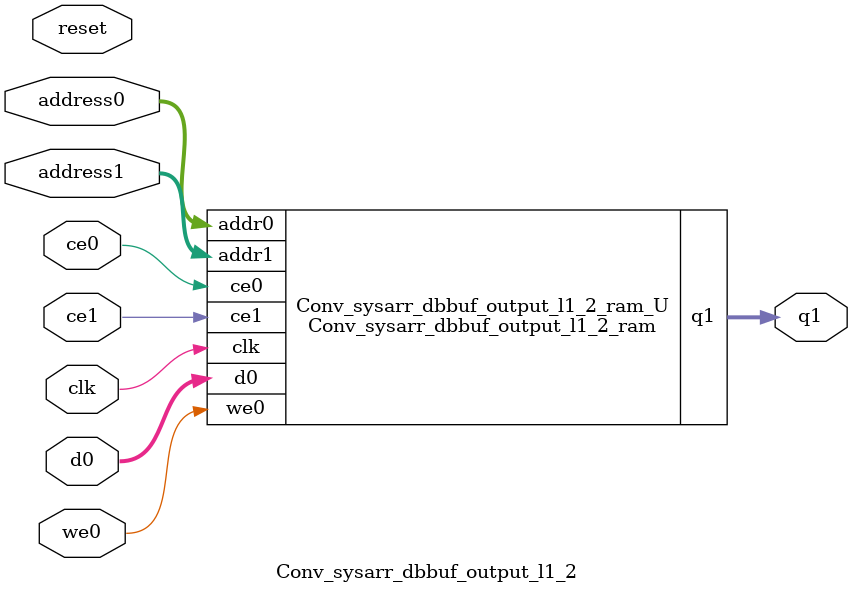
<source format=v>
`timescale 1 ns / 1 ps
module Conv_sysarr_dbbuf_output_l1_2_ram (addr0, ce0, d0, we0, addr1, ce1, q1,  clk);

parameter DWIDTH = 32;
parameter AWIDTH = 9;
parameter MEM_SIZE = 512;

input[AWIDTH-1:0] addr0;
input ce0;
input[DWIDTH-1:0] d0;
input we0;
input[AWIDTH-1:0] addr1;
input ce1;
output reg[DWIDTH-1:0] q1;
input clk;

(* ram_style = "block" *)reg [DWIDTH-1:0] ram[0:MEM_SIZE-1];




always @(posedge clk)  
begin 
    if (ce0) begin
        if (we0) 
            ram[addr0] <= d0; 
    end
end


always @(posedge clk)  
begin 
    if (ce1) begin
        q1 <= ram[addr1];
    end
end


endmodule

`timescale 1 ns / 1 ps
module Conv_sysarr_dbbuf_output_l1_2(
    reset,
    clk,
    address0,
    ce0,
    we0,
    d0,
    address1,
    ce1,
    q1);

parameter DataWidth = 32'd32;
parameter AddressRange = 32'd512;
parameter AddressWidth = 32'd9;
input reset;
input clk;
input[AddressWidth - 1:0] address0;
input ce0;
input we0;
input[DataWidth - 1:0] d0;
input[AddressWidth - 1:0] address1;
input ce1;
output[DataWidth - 1:0] q1;



Conv_sysarr_dbbuf_output_l1_2_ram Conv_sysarr_dbbuf_output_l1_2_ram_U(
    .clk( clk ),
    .addr0( address0 ),
    .ce0( ce0 ),
    .we0( we0 ),
    .d0( d0 ),
    .addr1( address1 ),
    .ce1( ce1 ),
    .q1( q1 ));

endmodule


</source>
